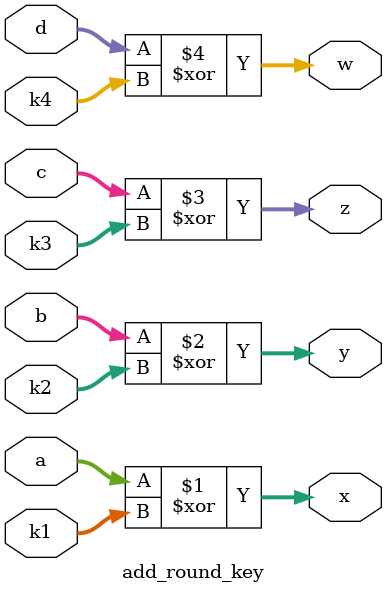
<source format=v>
/*
-------------------ADD ROUND MODULE---------------------

The INPUT...
* 4*4 matrix enters in 4 wires a,b,c,d ...EVERY WIRE REPRESENTS A ROW
* 4*4 matrix(key) enters in 4 wires k1,k2,k3,k4 ...EVERY WIRE REPRESENTS A ROW
The OUTPUT is 4*4 matrix enters in 4 wires x,y,z,w ...EVERY WIRE REPRESENTS A ROW
*/
module add_round_key (a,b,c,d,k1,k2,k3,k4,x,y,z,w);
//input state matrix  
  input [31:0] a;
  input [31:0] b;
  input [31:0] c;
  input [31:0] d;
//key matrix  
  input [31:0] k1;
  input [31:0] k2;
  input [31:0] k3;
  input [31:0] k4;
//output state matrix
  output [31:0] x;
  output [31:0] y;
  output [31:0] z;
  output [31:0] w;
// the output state matrix = the input state matix (XOR) the round key...   
  assign x=a^k1;
  assign y=b^k2;
  assign z=c^k3;
  assign w=d^k4;
  
endmodule
/*
module add_round_key_test;
   
   reg  [31:0]    cipher_data0,cipher_data1,cipher_data2,cipher_data3,
              cipher_key0,cipher_key1,cipher_key2,cipher_key3;
   wire [31:0]   x,y,z,w;
   
   add_round_key dut(cipher_data0,cipher_data1,cipher_data2,cipher_data3,
              	           cipher_key0,cipher_key1,cipher_key2,cipher_key3,x,y,z,w);
   

//inputs
//key
initial 
begin
  cipher_key0 = 32'h03020100;
  cipher_key1 = 32'h07060504;
  cipher_key2 = 32'h0b0a0908;
  cipher_key3 = 32'h0f0e0d0c;
end            

//cifer data
initial 
begin
  cipher_data0 = 32'h33221100;
  cipher_data1 = 32'h77665544;
  cipher_data2 = 32'hbbaa9988;
  cipher_data3 = 32'hffeeddcc;
end            
//ffeeddcc bbaa9988 77665544 33221100

endmodule
 */
</source>
